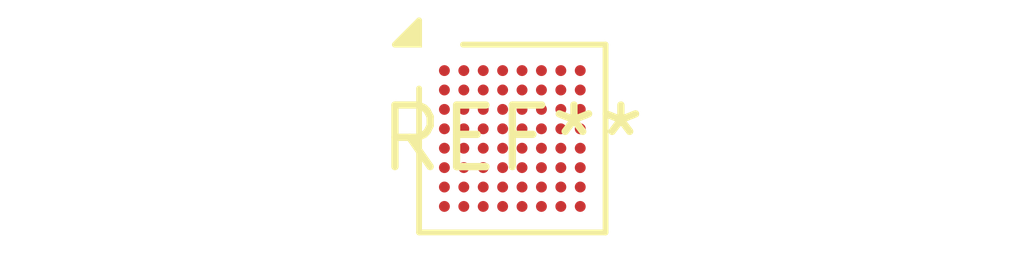
<source format=kicad_pcb>
(kicad_pcb (version 20240108) (generator pcbnew)
  (layers (0 "F.Cu" signal) (31 "B.Cu" signal) (34 "B.Paste" user) (35 "F.Paste" user) (36 "B.SilkS" user "B.Silkscreen") (37 "F.SilkS" user "F.Silkscreen") (38 "B.Mask" user) (39 "F.Mask" user) (44 "Edge.Cuts" user))
  (net 0 "")
  (footprint "ST_WLCSP-64_Die441" (layer "F.Cu") (at 0 0)
    (property "Reference" "REF**")
    (property "Value" "ST_WLCSP-64_Die441")
    (fp_line (start -1.9215 1.9355) (end -1.9215 -1.02975) (layer "F.SilkS") (stroke (width 0.12)))
    (fp_line (start -1.01575 -1.9355) (end 1.9215 -1.9355) (layer "F.SilkS") (stroke (width 0.12)))
    (fp_line (start 1.9215 -1.9355) (end 1.9215 1.9355) (layer "F.SilkS") (stroke (width 0.12)))
    (fp_line (start 1.9215 1.9355) (end -1.9215 1.9355) (layer "F.SilkS") (stroke (width 0.12)))
    (fp_poly (pts (xy -1.9215 -1.9355) (xy -2.4215 -1.9355) (xy -1.9215 -2.4355) (xy -1.9215 -1.9355)) (layer "F.SilkS") (stroke (width 0.12)) (fill solid))
    (pad "A1" smd circle (at -1.4 -1.4) (size 0.225 0.225) (property pad_prop_bga) (layers "F.Cu" "F.Paste" "F.Mask"))
    (pad "A2" smd circle (at -1 -1.4) (size 0.225 0.225) (property pad_prop_bga) (layers "F.Cu" "F.Paste" "F.Mask"))
    (pad "A3" smd circle (at -0.6 -1.4) (size 0.225 0.225) (property pad_prop_bga) (layers "F.Cu" "F.Paste" "F.Mask"))
    (pad "A4" smd circle (at -0.2 -1.4) (size 0.225 0.225) (property pad_prop_bga) (layers "F.Cu" "F.Paste" "F.Mask"))
    (pad "A5" smd circle (at 0.2 -1.4) (size 0.225 0.225) (property pad_prop_bga) (layers "F.Cu" "F.Paste" "F.Mask"))
    (pad "A6" smd circle (at 0.6 -1.4) (size 0.225 0.225) (property pad_prop_bga) (layers "F.Cu" "F.Paste" "F.Mask"))
    (pad "A7" smd circle (at 1 -1.4) (size 0.225 0.225) (property pad_prop_bga) (layers "F.Cu" "F.Paste" "F.Mask"))
    (pad "A8" smd circle (at 1.4 -1.4) (size 0.225 0.225) (property pad_prop_bga) (layers "F.Cu" "F.Paste" "F.Mask"))
    (pad "B1" smd circle (at -1.4 -1) (size 0.225 0.225) (property pad_prop_bga) (layers "F.Cu" "F.Paste" "F.Mask"))
    (pad "B2" smd circle (at -1 -1) (size 0.225 0.225) (property pad_prop_bga) (layers "F.Cu" "F.Paste" "F.Mask"))
    (pad "B3" smd circle (at -0.6 -1) (size 0.225 0.225) (property pad_prop_bga) (layers "F.Cu" "F.Paste" "F.Mask"))
    (pad "B4" smd circle (at -0.2 -1) (size 0.225 0.225) (property pad_prop_bga) (layers "F.Cu" "F.Paste" "F.Mask"))
    (pad "B5" smd circle (at 0.2 -1) (size 0.225 0.225) (property pad_prop_bga) (layers "F.Cu" "F.Paste" "F.Mask"))
    (pad "B6" smd circle (at 0.6 -1) (size 0.225 0.225) (property pad_prop_bga) (layers "F.Cu" "F.Paste" "F.Mask"))
    (pad "B7" smd circle (at 1 -1) (size 0.225 0.225) (property pad_prop_bga) (layers "F.Cu" "F.Paste" "F.Mask"))
    (pad "B8" smd circle (at 1.4 -1) (size 0.225 0.225) (property pad_prop_bga) (layers "F.Cu" "F.Paste" "F.Mask"))
    (pad "C1" smd circle (at -1.4 -0.6) (size 0.225 0.225) (property pad_prop_bga) (layers "F.Cu" "F.Paste" "F.Mask"))
    (pad "C2" smd circle (at -1 -0.6) (size 0.225 0.225) (property pad_prop_bga) (layers "F.Cu" "F.Paste" "F.Mask"))
    (pad "C3" smd circle (at -0.6 -0.6) (size 0.225 0.225) (property pad_prop_bga) (layers "F.Cu" "F.Paste" "F.Mask"))
    (pad "C4" smd circle (at -0.2 -0.6) (size 0.225 0.225) (property pad_prop_bga) (layers "F.Cu" "F.Paste" "F.Mask"))
    (pad "C5" smd circle (at 0.2 -0.6) (size 0.225 0.225) (property pad_prop_bga) (layers "F.Cu" "F.Paste" "F.Mask"))
    (pad "C6" smd circle (at 0.6 -0.6) (size 0.225 0.225) (property pad_prop_bga) (layers "F.Cu" "F.Paste" "F.Mask"))
    (pad "C7" smd circle (at 1 -0.6) (size 0.225 0.225) (property pad_prop_bga) (layers "F.Cu" "F.Paste" "F.Mask"))
    (pad "C8" smd circle (at 1.4 -0.6) (size 0.225 0.225) (property pad_prop_bga) (layers "F.Cu" "F.Paste" "F.Mask"))
    (pad "D1" smd circle (at -1.4 -0.2) (size 0.225 0.225) (property pad_prop_bga) (layers "F.Cu" "F.Paste" "F.Mask"))
    (pad "D2" smd circle (at -1 -0.2) (size 0.225 0.225) (property pad_prop_bga) (layers "F.Cu" "F.Paste" "F.Mask"))
    (pad "D3" smd circle (at -0.6 -0.2) (size 0.225 0.225) (property pad_prop_bga) (layers "F.Cu" "F.Paste" "F.Mask"))
    (pad "D4" smd circle (at -0.2 -0.2) (size 0.225 0.225) (property pad_prop_bga) (layers "F.Cu" "F.Paste" "F.Mask"))
    (pad "D5" smd circle (at 0.2 -0.2) (size 0.225 0.225) (property pad_prop_bga) (layers "F.Cu" "F.Paste" "F.Mask"))
    (pad "D6" smd circle (at 0.6 -0.2) (size 0.225 0.225) (property pad_prop_bga) (layers "F.Cu" "F.Paste" "F.Mask"))
    (pad "D7" smd circle (at 1 -0.2) (size 0.225 0.225) (property pad_prop_bga) (layers "F.Cu" "F.Paste" "F.Mask"))
    (pad "D8" smd circle (at 1.4 -0.2) (size 0.225 0.225) (property pad_prop_bga) (layers "F.Cu" "F.Paste" "F.Mask"))
    (pad "E1" smd circle (at -1.4 0.2) (size 0.225 0.225) (property pad_prop_bga) (layers "F.Cu" "F.Paste" "F.Mask"))
    (pad "E2" smd circle (at -1 0.2) (size 0.225 0.225) (property pad_prop_bga) (layers "F.Cu" "F.Paste" "F.Mask"))
    (pad "E3" smd circle (at -0.6 0.2) (size 0.225 0.225) (property pad_prop_bga) (layers "F.Cu" "F.Paste" "F.Mask"))
    (pad "E4" smd circle (at -0.2 0.2) (size 0.225 0.225) (property pad_prop_bga) (layers "F.Cu" "F.Paste" "F.Mask"))
    (pad "E5" smd circle (at 0.2 0.2) (size 0.225 0.225) (property pad_prop_bga) (layers "F.Cu" "F.Paste" "F.Mask"))
    (pad "E6" smd circle (at 0.6 0.2) (size 0.225 0.225) (property pad_prop_bga) (layers "F.Cu" "F.Paste" "F.Mask"))
    (pad "E7" smd circle (at 1 0.2) (size 0.225 0.225) (property pad_prop_bga) (layers "F.Cu" "F.Paste" "F.Mask"))
    (pad "E8" smd circle (at 1.4 0.2) (size 0.225 0.225) (property pad_prop_bga) (layers "F.Cu" "F.Paste" "F.Mask"))
    (pad "F1" smd circle (at -1.4 0.6) (size 0.225 0.225) (property pad_prop_bga) (layers "F.Cu" "F.Paste" "F.Mask"))
    (pad "F2" smd circle (at -1 0.6) (size 0.225 0.225) (property pad_prop_bga) (layers "F.Cu" "F.Paste" "F.Mask"))
    (pad "F3" smd circle (at -0.6 0.6) (size 0.225 0.225) (property pad_prop_bga) (layers "F.Cu" "F.Paste" "F.Mask"))
    (pad "F4" smd circle (at -0.2 0.6) (size 0.225 0.225) (property pad_prop_bga) (layers "F.Cu" "F.Paste" "F.Mask"))
    (pad "F5" smd circle (at 0.2 0.6) (size 0.225 0.225) (property pad_prop_bga) (layers "F.Cu" "F.Paste" "F.Mask"))
    (pad "F6" smd circle (at 0.6 0.6) (size 0.225 0.225) (property pad_prop_bga) (layers "F.Cu" "F.Paste" "F.Mask"))
    (pad "F7" smd circle (at 1 0.6) (size 0.225 0.225) (property pad_prop_bga) (layers "F.Cu" "F.Paste" "F.Mask"))
    (pad "F8" smd circle (at 1.4 0.6) (size 0.225 0.225) (property pad_prop_bga) (layers "F.Cu" "F.Paste" "F.Mask"))
    (pad "G1" smd circle (at -1.4 1) (size 0.225 0.225) (property pad_prop_bga) (layers "F.Cu" "F.Paste" "F.Mask"))
    (pad "G2" smd circle (at -1 1) (size 0.225 0.225) (property pad_prop_bga) (layers "F.Cu" "F.Paste" "F.Mask"))
    (pad "G3" smd circle (at -0.6 1) (size 0.225 0.225) (property pad_prop_bga) (layers "F.Cu" "F.Paste" "F.Mask"))
    (pad "G4" smd circle (at -0.2 1) (size 0.225 0.225) (property pad_prop_bga) (layers "F.Cu" "F.Paste" "F.Mask"))
    (pad "G5" smd circle (at 0.2 1) (size 0.225 0.225) (property pad_prop_bga) (layers "F.Cu" "F.Paste" "F.Mask"))
    (pad "G6" smd circle (at 0.6 1) (size 0.225 0.225) (property pad_prop_bga) (layers "F.Cu" "F.Paste" "F.Mask"))
    (pad "G7" smd circle (at 1 1) (size 0.225 0.225) (property pad_prop_bga) (layers "F.Cu" "F.Paste" "F.Mask"))
    (pad "G8" smd circle (at 1.4 1) (size 0.225 0.225) (property pad_prop_bga) (layers "F.Cu" "F.Paste" "F.Mask"))
    (pad "H1" smd circle (at -1.4 1.4) (size 0.225 0.225) (property pad_prop_bga) (layers "F.Cu" "F.Paste" "F.Mask"))
    (pad "H2" smd circle (at -1 1.4) (size 0.225 0.225) (property pad_prop_bga) (layers "F.Cu" "F.Paste" "F.Mask"))
    (pad "H3" smd circle (at -0.6 1.4) (size 0.225 0.225) (property pad_prop_bga) (layers "F.Cu" "F.Paste" "F.Mask"))
    (pad "H4" smd circle (at -0.2 1.4) (size 0.225 0.225) (property pad_prop_bga) (layers "F.Cu" "F.Paste" "F.Mask"))
    (pad "H5" smd circle (at 0.2 1.4) (size 0.225 0.225) (property pad_prop_bga) (layers "F.Cu" "F.Paste" "F.Mask"))
    (pad "H6" smd circle (at 0.6 1.4) (size 0.225 0.225) (property pad_prop_bga) (layers "F.Cu" "F.Paste" "F.Mask"))
    (pad "H7" smd circle (at 1 1.4) (size 0.225 0.225) (property pad_prop_bga) (layers "F.Cu" "F.Paste" "F.Mask"))
    (pad "H8" smd circle (at 1.4 1.4) (size 0.225 0.225) (property pad_prop_bga) (layers "F.Cu" "F.Paste" "F.Mask"))
  )
)
</source>
